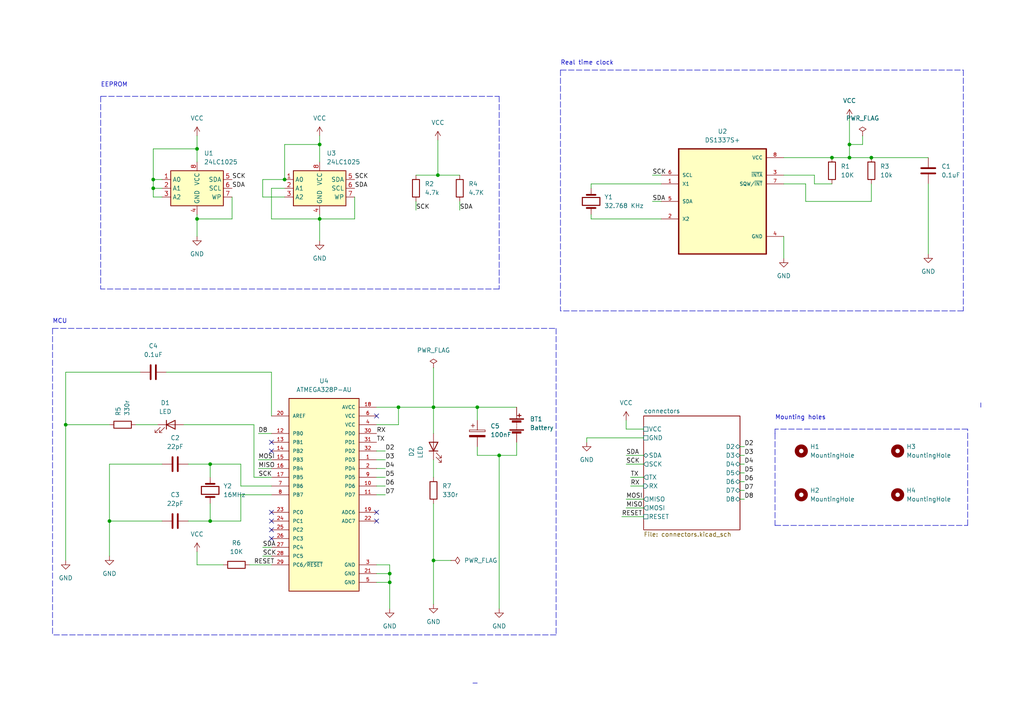
<source format=kicad_sch>
(kicad_sch (version 20211123) (generator eeschema)
  (paper "A4")
  (lib_symbols
    (symbol "ATMEGA328P-AU:ATMEGA328P-AU" (pin_names (offset 1.016))
      (property "Reference" "U4" (at 0 33.02 0))
      (property "Value" "ATMEGA328P-AU" (at 0 30.48 0))
      (symbol "ATMEGA328P-AU_0_0"
        (rectangle (start -10.16 -27.94) (end 10.16 27.94) (stroke (width 0.254)) (fill (type background)))
        (pin bidirectional line (at 15.24 10.16 180) (length 5.08) (name "PD3") (number "1"))
        (pin bidirectional line (at 15.24 2.54 180) (length 5.08) (name "PD6") (number "10"))
        (pin bidirectional line (at 15.24 0 180) (length 5.08) (name "PD7") (number "11"))
        (pin bidirectional line (at -15.24 17.78 0) (length 5.08) (name "PB0") (number "12"))
        (pin bidirectional line (at -15.24 15.24 0) (length 5.08) (name "PB1") (number "13"))
        (pin bidirectional line (at -15.24 12.7 0) (length 5.08) (name "PB2") (number "14"))
        (pin bidirectional line (at -15.24 10.16 0) (length 5.08) (name "PB3") (number "15"))
        (pin bidirectional line (at -15.24 7.62 0) (length 5.08) (name "PB4") (number "16"))
        (pin bidirectional line (at -15.24 5.08 0) (length 5.08) (name "PB5") (number "17"))
        (pin power_in line (at 15.24 25.4 180) (length 5.08) (name "AVCC") (number "18"))
        (pin bidirectional line (at 15.24 -5.08 180) (length 5.08) (name "ADC6") (number "19"))
        (pin bidirectional line (at 15.24 7.62 180) (length 5.08) (name "PD4") (number "2"))
        (pin input line (at -15.24 22.86 0) (length 5.08) (name "AREF") (number "20"))
        (pin power_in line (at 15.24 -22.86 180) (length 5.08) (name "GND") (number "21"))
        (pin bidirectional line (at 15.24 -7.62 180) (length 5.08) (name "ADC7") (number "22"))
        (pin bidirectional line (at -15.24 -5.08 0) (length 5.08) (name "PC0") (number "23"))
        (pin bidirectional line (at -15.24 -7.62 0) (length 5.08) (name "PC1") (number "24"))
        (pin bidirectional line (at -15.24 -10.16 0) (length 5.08) (name "PC2") (number "25"))
        (pin bidirectional line (at -15.24 -12.7 0) (length 5.08) (name "PC3") (number "26"))
        (pin bidirectional line (at -15.24 -15.24 0) (length 5.08) (name "PC4") (number "27"))
        (pin bidirectional line (at -15.24 -17.78 0) (length 5.08) (name "PC5") (number "28"))
        (pin bidirectional line (at -15.24 -20.32 0) (length 5.08) (name "PC6/~{RESET}") (number "29"))
        (pin power_in line (at 15.24 -20.32 180) (length 5.08) (name "GND") (number "3"))
        (pin bidirectional line (at 15.24 17.78 180) (length 5.08) (name "PD0") (number "30"))
        (pin bidirectional line (at 15.24 15.24 180) (length 5.08) (name "PD1") (number "31"))
        (pin bidirectional line (at 15.24 12.7 180) (length 5.08) (name "PD2") (number "32"))
        (pin power_in line (at 15.24 20.32 180) (length 5.08) (name "VCC") (number "4"))
        (pin power_in line (at 15.24 -25.4 180) (length 5.08) (name "GND") (number "5"))
        (pin power_in line (at 15.24 22.86 180) (length 5.08) (name "VCC") (number "6"))
        (pin bidirectional line (at -15.24 2.54 0) (length 5.08) (name "PB6") (number "7"))
        (pin bidirectional line (at -15.24 0 0) (length 5.08) (name "PB7") (number "8"))
        (pin bidirectional line (at 15.24 5.08 180) (length 5.08) (name "PD5") (number "9"))
      )
    )
    (symbol "DS1337S_:DS1337S+" (pin_names (offset 1.016))
      (property "Reference" "U" (at -12.7 16.2306 0))
      (property "Value" "DS1337S+" (at -12.7 -19.2278 0))
      (symbol "DS1337S+_0_0"
        (rectangle (start -12.7 -15.24) (end 12.7 15.24) (stroke (width 0.4064)) (fill (type background)))
        (pin input line (at -17.78 5.08 0) (length 5.08) (name "X1") (number "1"))
        (pin bidirectional line (at -17.78 -5.08 0) (length 5.08) (name "X2") (number "2"))
        (pin output line (at 17.78 7.62 180) (length 5.08) (name "~{INTA}") (number "3"))
        (pin power_in line (at 17.78 -10.16 180) (length 5.08) (name "GND") (number "4"))
        (pin bidirectional line (at -17.78 0 0) (length 5.08) (name "SDA") (number "5"))
        (pin input line (at -17.78 7.62 0) (length 5.08) (name "SCL") (number "6"))
        (pin output line (at 17.78 5.08 180) (length 5.08) (name "SQW/~{INT}") (number "7"))
        (pin power_in line (at 17.78 12.7 180) (length 5.08) (name "VCC") (number "8"))
      )
    )
    (symbol "Device:Battery" (pin_numbers hide) (pin_names (offset 0) hide)
      (property "Reference" "BT" (at 2.54 2.54 0))
      (property "Value" "Battery" (at 2.54 0 0))
      (symbol "Battery_0_1"
        (rectangle (start -2.032 -1.397) (end 2.032 -1.651) (fill (type outline)))
        (rectangle (start -2.032 1.778) (end 2.032 1.524) (fill (type outline)))
        (rectangle (start -1.3208 -1.9812) (end 1.27 -2.4892) (fill (type outline)))
        (rectangle (start -1.3208 1.1938) (end 1.27 0.6858) (fill (type outline)))
        (polyline (pts (xy 0 -1.524) (xy 0 -1.27)))
        (polyline (pts (xy 0 -1.016) (xy 0 -0.762)))
        (polyline (pts (xy 0 -0.508) (xy 0 -0.254)))
        (polyline (pts (xy 0 0) (xy 0 0.254)))
        (polyline (pts (xy 0 0.508) (xy 0 0.762)))
        (polyline (pts (xy 0 1.778) (xy 0 2.54)))
        (polyline (pts (xy 0.254 2.667) (xy 1.27 2.667)) (stroke (width 0.254)))
        (polyline (pts (xy 0.762 3.175) (xy 0.762 2.159)) (stroke (width 0.254)))
      )
      (symbol "Battery_1_1"
        (pin passive line (at 0 5.08 270) (length 2.54) (name "+") (number "1"))
        (pin passive line (at 0 -5.08 90) (length 2.54) (name "-") (number "2"))
      )
    )
    (symbol "Device:C" (pin_numbers hide) (pin_names (offset 0.254))
      (property "Reference" "C" (at 0.635 2.54 0))
      (property "Value" "C" (at 0.635 -2.54 0))
      (symbol "C_0_1"
        (polyline (pts (xy -2.032 -0.762) (xy 2.032 -0.762)) (stroke (width 0.508)))
        (polyline (pts (xy -2.032 0.762) (xy 2.032 0.762)) (stroke (width 0.508)))
      )
      (symbol "C_1_1"
        (pin passive line (at 0 3.81 270) (length 2.794) (name "~") (number "1"))
        (pin passive line (at 0 -3.81 90) (length 2.794) (name "~") (number "2"))
      )
    )
    (symbol "Device:C_Polarized" (pin_numbers hide) (pin_names (offset 0.254))
      (property "Reference" "C" (at 0.635 2.54 0))
      (property "Value" "C_Polarized" (at 0.635 -2.54 0))
      (symbol "C_Polarized_0_1"
        (rectangle (start -2.286 0.508) (end 2.286 1.016))
        (polyline (pts (xy -1.778 2.286) (xy -0.762 2.286)))
        (polyline (pts (xy -1.27 2.794) (xy -1.27 1.778)))
        (rectangle (start 2.286 -0.508) (end -2.286 -1.016) (fill (type outline)))
      )
      (symbol "C_Polarized_1_1"
        (pin passive line (at 0 3.81 270) (length 2.794) (name "~") (number "1"))
        (pin passive line (at 0 -3.81 90) (length 2.794) (name "~") (number "2"))
      )
    )
    (symbol "Device:Crystal" (pin_numbers hide) (pin_names (offset 1.016) hide)
      (property "Reference" "Y" (at 0 3.81 0))
      (property "Value" "Crystal" (at 0 -3.81 0))
      (symbol "Crystal_0_1"
        (rectangle (start -1.143 2.54) (end 1.143 -2.54) (stroke (width 0.3048)))
        (polyline (pts (xy -2.54 0) (xy -1.905 0)))
        (polyline (pts (xy -1.905 -1.27) (xy -1.905 1.27)) (stroke (width 0.508)))
        (polyline (pts (xy 1.905 -1.27) (xy 1.905 1.27)) (stroke (width 0.508)))
        (polyline (pts (xy 2.54 0) (xy 1.905 0)))
      )
      (symbol "Crystal_1_1"
        (pin passive line (at -3.81 0 0) (length 1.27) (name "1") (number "1"))
        (pin passive line (at 3.81 0 180) (length 1.27) (name "2") (number "2"))
      )
    )
    (symbol "Device:LED" (pin_numbers hide) (pin_names (offset 1.016) hide)
      (property "Reference" "D" (at 0 2.54 0))
      (property "Value" "LED" (at 0 -2.54 0))
      (symbol "LED_0_1"
        (polyline (pts (xy -1.27 -1.27) (xy -1.27 1.27)) (stroke (width 0.254)))
        (polyline (pts (xy -1.27 0) (xy 1.27 0)))
        (polyline (pts (xy 1.27 -1.27) (xy 1.27 1.27) (xy -1.27 0) (xy 1.27 -1.27)) (stroke (width 0.254)))
        (polyline (pts (xy -3.048 -0.762) (xy -4.572 -2.286) (xy -3.81 -2.286) (xy -4.572 -2.286) (xy -4.572 -1.524)))
        (polyline (pts (xy -1.778 -0.762) (xy -3.302 -2.286) (xy -2.54 -2.286) (xy -3.302 -2.286) (xy -3.302 -1.524)))
      )
      (symbol "LED_1_1"
        (pin passive line (at -3.81 0 0) (length 2.54) (name "K") (number "1"))
        (pin passive line (at 3.81 0 180) (length 2.54) (name "A") (number "2"))
      )
    )
    (symbol "Device:R" (pin_numbers hide) (pin_names (offset 0))
      (property "Reference" "R" (at 2.032 0 90))
      (property "Value" "R" (at 0 0 90))
      (symbol "R_0_1"
        (rectangle (start -1.016 -2.54) (end 1.016 2.54) (stroke (width 0.254)))
      )
      (symbol "R_1_1"
        (pin passive line (at 0 3.81 270) (length 1.27) (name "~") (number "1"))
        (pin passive line (at 0 -3.81 90) (length 1.27) (name "~") (number "2"))
      )
    )
    (symbol "Mechanical:MountingHole" (pin_names (offset 1.016))
      (property "Reference" "H" (at 0 5.08 0))
      (property "Value" "MountingHole" (at 0 3.175 0))
      (symbol "MountingHole_0_1"
        (circle (center 0 0) (radius 1.27) (stroke (width 1.27)))
      )
    )
    (symbol "Memory_EEPROM:24LC1025"
      (property "Reference" "U" (at -6.35 6.35 0))
      (property "Value" "24LC1025" (at 1.27 6.35 0))
      (symbol "24LC1025_1_1"
        (rectangle (start -7.62 5.08) (end 7.62 -5.08) (stroke (width 0.254)) (fill (type background)))
        (pin input line (at -10.16 2.54 0) (length 2.54) (name "A0") (number "1"))
        (pin input line (at -10.16 0 0) (length 2.54) (name "A1") (number "2"))
        (pin input line (at -10.16 -2.54 0) (length 2.54) (name "A2") (number "3"))
        (pin power_in line (at 0 -7.62 90) (length 2.54) (name "GND") (number "4"))
        (pin bidirectional line (at 10.16 2.54 180) (length 2.54) (name "SDA") (number "5"))
        (pin input line (at 10.16 0 180) (length 2.54) (name "SCL") (number "6"))
        (pin input line (at 10.16 -2.54 180) (length 2.54) (name "WP") (number "7"))
        (pin power_in line (at 0 7.62 270) (length 2.54) (name "VCC") (number "8"))
      )
    )
    (symbol "power:GND" (power) (pin_names (offset 0))
      (property "Value" "GND" (at 0 -3.81 0))
      (symbol "GND_0_1"
        (polyline (pts (xy 0 0) (xy 0 -1.27) (xy 1.27 -1.27) (xy 0 -2.54) (xy -1.27 -1.27) (xy 0 -1.27)))
      )
      (symbol "GND_1_1"
        (pin power_in line (at 0 0 270) (length 0) hide (name "GND") (number "1"))
      )
    )
    (symbol "power:PWR_FLAG" (power) (pin_numbers hide) (pin_names (offset 0) hide)
      (property "Value" "PWR_FLAG" (at 0 3.81 0))
      (symbol "PWR_FLAG_0_0"
        (pin power_out line (at 0 0 90) (length 0) (name "pwr") (number "1"))
      )
      (symbol "PWR_FLAG_0_1"
        (polyline (pts (xy 0 0) (xy 0 1.27) (xy -1.016 1.905) (xy 0 2.54) (xy 1.016 1.905) (xy 0 1.27)))
      )
    )
    (symbol "power:VCC" (power) (pin_names (offset 0))
      (property "Value" "VCC" (at 0 3.81 0))
      (symbol "VCC_0_1"
        (polyline (pts (xy -0.762 1.27) (xy 0 2.54)))
        (polyline (pts (xy 0 0) (xy 0 2.54)))
        (polyline (pts (xy 0 2.54) (xy 0.762 1.27)))
      )
      (symbol "VCC_1_1"
        (pin power_in line (at 0 0 90) (length 0) hide (name "VCC") (number "1"))
      )
    )
  )
  (junction (at 138.43 118.11))
  (junction (at 31.75 151.13))
  (junction (at 44.45 52.07))
  (junction (at 113.03 168.91))
  (junction (at 246.38 45.72))
  (junction (at 92.71 41.91))
  (junction (at 60.96 151.13))
  (junction (at 125.73 118.11))
  (junction (at 57.15 43.18))
  (junction (at 44.45 54.61))
  (junction (at 115.57 118.11))
  (junction (at 82.55 52.07))
  (junction (at 125.73 162.56))
  (junction (at 60.96 134.62))
  (junction (at 92.71 63.5))
  (junction (at 19.05 123.19))
  (junction (at 241.3 45.72))
  (junction (at 127 50.8))
  (junction (at 57.15 63.5))
  (junction (at 246.38 41.91))
  (junction (at 252.73 45.72))
  (junction (at 113.03 166.37))
  (junction (at 144.78 132.08))
  (no_connect (at 78.74 130.81))
  (no_connect (at 78.74 128.27))
  (no_connect (at 109.22 120.65))
  (no_connect (at 78.74 151.13))
  (no_connect (at 78.74 148.59))
  (no_connect (at 78.74 156.21))
  (no_connect (at 78.74 153.67))
  (no_connect (at 109.22 151.13))
  (no_connect (at 109.22 148.59))
  (wire (pts (xy 181.61 124.46) (xy 186.69 124.46)))
  (wire (pts (xy 31.75 151.13) (xy 46.99 151.13)))
  (wire (pts (xy 74.93 135.89) (xy 78.74 135.89)))
  (wire (pts (xy 227.33 50.8) (xy 236.22 50.8)))
  (wire (pts (xy 127 50.8) (xy 133.35 50.8)))
  (wire (pts (xy 233.68 53.34) (xy 233.68 58.42)))
  (polyline (pts (xy 224.79 124.46) (xy 224.79 125.73)))
  (wire (pts (xy 31.75 134.62) (xy 31.75 151.13)))
  (wire (pts (xy 171.45 53.34) (xy 191.77 53.34)))
  (wire (pts (xy 78.74 54.61) (xy 78.74 63.5)))
  (wire (pts (xy 44.45 54.61) (xy 46.99 54.61)))
  (wire (pts (xy 60.96 151.13) (xy 69.85 151.13)))
  (wire (pts (xy 214.63 144.78) (xy 215.9 144.78)))
  (wire (pts (xy 171.45 63.5) (xy 191.77 63.5)))
  (wire (pts (xy 246.38 41.91) (xy 246.38 45.72)))
  (wire (pts (xy 109.22 118.11) (xy 115.57 118.11)))
  (wire (pts (xy 181.61 144.78) (xy 186.69 144.78)))
  (polyline (pts (xy 162.56 20.32) (xy 162.56 90.17)))
  (wire (pts (xy 73.66 138.43) (xy 73.66 123.19)))
  (wire (pts (xy 181.61 147.32) (xy 186.69 147.32)))
  (wire (pts (xy 144.78 176.53) (xy 144.78 132.08)))
  (wire (pts (xy 57.15 39.37) (xy 57.15 43.18)))
  (wire (pts (xy 138.43 132.08) (xy 144.78 132.08)))
  (wire (pts (xy 57.15 160.02) (xy 57.15 163.83)))
  (wire (pts (xy 69.85 151.13) (xy 69.85 143.51)))
  (wire (pts (xy 92.71 63.5) (xy 92.71 69.85)))
  (wire (pts (xy 102.87 57.15) (xy 102.87 63.5)))
  (wire (pts (xy 189.23 50.8) (xy 191.77 50.8)))
  (wire (pts (xy 181.61 132.08) (xy 186.69 132.08)))
  (wire (pts (xy 92.71 39.37) (xy 92.71 41.91)))
  (wire (pts (xy 180.34 149.86) (xy 186.69 149.86)))
  (wire (pts (xy 127 50.8) (xy 120.65 50.8)))
  (wire (pts (xy 109.22 166.37) (xy 113.03 166.37)))
  (wire (pts (xy 109.22 130.81) (xy 111.76 130.81)))
  (wire (pts (xy 113.03 166.37) (xy 113.03 168.91)))
  (wire (pts (xy 67.31 63.5) (xy 57.15 63.5)))
  (wire (pts (xy 241.3 45.72) (xy 246.38 45.72)))
  (polyline (pts (xy 224.79 125.73) (xy 224.79 152.4)))
  (wire (pts (xy 181.61 134.62) (xy 186.69 134.62)))
  (wire (pts (xy 125.73 162.56) (xy 130.81 162.56)))
  (wire (pts (xy 115.57 123.19) (xy 115.57 118.11)))
  (wire (pts (xy 57.15 63.5) (xy 57.15 68.58)))
  (wire (pts (xy 82.55 54.61) (xy 78.74 54.61)))
  (wire (pts (xy 133.35 60.96) (xy 133.35 58.42)))
  (wire (pts (xy 125.73 106.68) (xy 125.73 118.11)))
  (wire (pts (xy 57.15 163.83) (xy 64.77 163.83)))
  (wire (pts (xy 109.22 163.83) (xy 113.03 163.83)))
  (wire (pts (xy 214.63 129.54) (xy 215.9 129.54)))
  (wire (pts (xy 138.43 118.11) (xy 149.86 118.11)))
  (wire (pts (xy 246.38 45.72) (xy 252.73 45.72)))
  (wire (pts (xy 171.45 54.61) (xy 171.45 53.34)))
  (wire (pts (xy 74.93 125.73) (xy 78.74 125.73)))
  (wire (pts (xy 76.2 161.29) (xy 78.74 161.29)))
  (wire (pts (xy 109.22 133.35) (xy 111.76 133.35)))
  (polyline (pts (xy 137.16 198.12) (xy 138.43 198.12)))
  (wire (pts (xy 60.96 146.05) (xy 60.96 151.13)))
  (wire (pts (xy 214.63 132.08) (xy 215.9 132.08)))
  (wire (pts (xy 127 40.64) (xy 127 50.8)))
  (polyline (pts (xy 144.78 83.82) (xy 29.21 83.82)))
  (polyline (pts (xy 15.24 95.25) (xy 15.24 184.15)))
  (wire (pts (xy 39.37 123.19) (xy 45.72 123.19)))
  (wire (pts (xy 76.2 57.15) (xy 76.2 52.07)))
  (wire (pts (xy 246.38 34.29) (xy 246.38 41.91)))
  (wire (pts (xy 31.75 123.19) (xy 19.05 123.19)))
  (wire (pts (xy 44.45 54.61) (xy 44.45 57.15)))
  (wire (pts (xy 214.63 142.24) (xy 215.9 142.24)))
  (wire (pts (xy 78.74 140.97) (xy 69.85 140.97)))
  (wire (pts (xy 92.71 41.91) (xy 92.71 46.99)))
  (wire (pts (xy 233.68 58.42) (xy 252.73 58.42)))
  (wire (pts (xy 269.24 53.34) (xy 269.24 73.66)))
  (wire (pts (xy 44.45 57.15) (xy 46.99 57.15)))
  (wire (pts (xy 109.22 123.19) (xy 115.57 123.19)))
  (wire (pts (xy 189.23 58.42) (xy 191.77 58.42)))
  (wire (pts (xy 186.69 127) (xy 170.18 127)))
  (wire (pts (xy 214.63 139.7) (xy 215.9 139.7)))
  (wire (pts (xy 109.22 138.43) (xy 111.76 138.43)))
  (wire (pts (xy 182.88 140.97) (xy 186.69 140.97)))
  (wire (pts (xy 214.63 137.16) (xy 215.9 137.16)))
  (wire (pts (xy 69.85 140.97) (xy 69.85 134.62)))
  (polyline (pts (xy 144.78 27.94) (xy 144.78 83.82)))
  (wire (pts (xy 19.05 107.95) (xy 19.05 123.19)))
  (wire (pts (xy 252.73 45.72) (xy 269.24 45.72)))
  (wire (pts (xy 46.99 134.62) (xy 31.75 134.62)))
  (wire (pts (xy 40.64 107.95) (xy 19.05 107.95)))
  (wire (pts (xy 53.34 123.19) (xy 73.66 123.19)))
  (wire (pts (xy 102.87 63.5) (xy 92.71 63.5)))
  (wire (pts (xy 250.19 39.37) (xy 250.19 41.91)))
  (wire (pts (xy 138.43 129.54) (xy 138.43 132.08)))
  (wire (pts (xy 82.55 52.07) (xy 82.55 41.91)))
  (polyline (pts (xy 161.29 95.25) (xy 161.29 184.15)))
  (polyline (pts (xy 280.67 152.4) (xy 280.67 124.46)))
  (polyline (pts (xy 15.24 95.25) (xy 161.29 95.25)))
  (wire (pts (xy 214.63 134.62) (xy 215.9 134.62)))
  (wire (pts (xy 125.73 118.11) (xy 125.73 125.73)))
  (polyline (pts (xy 284.48 116.84) (xy 284.48 118.11)))
  (wire (pts (xy 78.74 120.65) (xy 78.74 107.95)))
  (wire (pts (xy 170.18 127) (xy 170.18 128.27)))
  (wire (pts (xy 138.43 121.92) (xy 138.43 118.11)))
  (polyline (pts (xy 279.4 20.32) (xy 279.4 90.17)))
  (wire (pts (xy 109.22 143.51) (xy 111.76 143.51)))
  (wire (pts (xy 44.45 52.07) (xy 46.99 52.07)))
  (wire (pts (xy 69.85 134.62) (xy 60.96 134.62)))
  (polyline (pts (xy 162.56 20.32) (xy 279.4 20.32)))
  (wire (pts (xy 73.66 138.43) (xy 78.74 138.43)))
  (wire (pts (xy 44.45 43.18) (xy 57.15 43.18)))
  (wire (pts (xy 149.86 132.08) (xy 149.86 128.27)))
  (wire (pts (xy 236.22 53.34) (xy 241.3 53.34)))
  (wire (pts (xy 54.61 151.13) (xy 60.96 151.13)))
  (wire (pts (xy 69.85 143.51) (xy 78.74 143.51)))
  (wire (pts (xy 181.61 121.92) (xy 181.61 124.46)))
  (polyline (pts (xy 29.21 27.94) (xy 29.21 83.82)))
  (wire (pts (xy 44.45 52.07) (xy 44.45 43.18)))
  (wire (pts (xy 125.73 146.05) (xy 125.73 162.56)))
  (wire (pts (xy 250.19 41.91) (xy 246.38 41.91)))
  (wire (pts (xy 19.05 123.19) (xy 19.05 162.56)))
  (wire (pts (xy 31.75 151.13) (xy 31.75 161.29)))
  (wire (pts (xy 125.73 118.11) (xy 138.43 118.11)))
  (wire (pts (xy 227.33 53.34) (xy 233.68 53.34)))
  (polyline (pts (xy 279.4 90.17) (xy 162.56 90.17)))
  (wire (pts (xy 92.71 62.23) (xy 92.71 63.5)))
  (wire (pts (xy 125.73 162.56) (xy 125.73 175.26)))
  (polyline (pts (xy 224.79 152.4) (xy 280.67 152.4)))
  (wire (pts (xy 74.93 133.35) (xy 78.74 133.35)))
  (wire (pts (xy 182.88 138.43) (xy 186.69 138.43)))
  (wire (pts (xy 76.2 52.07) (xy 82.55 52.07)))
  (polyline (pts (xy 29.21 27.94) (xy 144.78 27.94)))
  (wire (pts (xy 227.33 45.72) (xy 241.3 45.72)))
  (wire (pts (xy 113.03 163.83) (xy 113.03 166.37)))
  (wire (pts (xy 236.22 50.8) (xy 236.22 53.34)))
  (wire (pts (xy 171.45 62.23) (xy 171.45 63.5)))
  (polyline (pts (xy 161.29 184.15) (xy 15.24 184.15)))
  (wire (pts (xy 227.33 68.58) (xy 227.33 74.93)))
  (wire (pts (xy 67.31 57.15) (xy 67.31 63.5)))
  (wire (pts (xy 109.22 135.89) (xy 111.76 135.89)))
  (wire (pts (xy 120.65 60.96) (xy 120.65 58.42)))
  (wire (pts (xy 44.45 52.07) (xy 44.45 54.61)))
  (wire (pts (xy 78.74 107.95) (xy 48.26 107.95)))
  (wire (pts (xy 57.15 62.23) (xy 57.15 63.5)))
  (wire (pts (xy 115.57 118.11) (xy 125.73 118.11)))
  (wire (pts (xy 54.61 134.62) (xy 60.96 134.62)))
  (polyline (pts (xy 280.67 124.46) (xy 224.79 124.46)))
  (wire (pts (xy 125.73 133.35) (xy 125.73 138.43)))
  (wire (pts (xy 252.73 58.42) (xy 252.73 53.34)))
  (wire (pts (xy 82.55 57.15) (xy 76.2 57.15)))
  (wire (pts (xy 113.03 168.91) (xy 113.03 176.53)))
  (wire (pts (xy 109.22 140.97) (xy 111.76 140.97)))
  (wire (pts (xy 60.96 134.62) (xy 60.96 138.43)))
  (wire (pts (xy 82.55 41.91) (xy 92.71 41.91)))
  (wire (pts (xy 72.39 163.83) (xy 78.74 163.83)))
  (wire (pts (xy 144.78 132.08) (xy 149.86 132.08)))
  (wire (pts (xy 76.2 158.75) (xy 78.74 158.75)))
  (wire (pts (xy 57.15 43.18) (xy 57.15 46.99)))
  (wire (pts (xy 78.74 63.5) (xy 92.71 63.5)))
  (wire (pts (xy 109.22 168.91) (xy 113.03 168.91)))
  (text "EEPROM" (at 29.21 25.4 0) (effects (font (size 1.27 1.27)) (justify left bottom)))
  (text "Real time clock " (at 162.56 19.05 0) (effects (font (size 1.27 1.27)) (justify left bottom)))
  (text "MCU" (at 15.24 93.98 0) (effects (font (size 1.27 1.27)) (justify left bottom)))
  (text "Mounting holes\n" (at 224.79 121.92 0) (effects (font (size 1.27 1.27)) (justify left bottom)))
  (label "MISO" (at 74.93 135.89 0))
  (label "SCK" (at 181.61 134.62 0))
  (label "SDA" (at 181.61 132.08 0))
  (label "SDA" (at 76.2 158.75 0))
  (label "D6" (at 111.76 140.97 0))
  (label "MOSI" (at 74.93 133.35 0))
  (label "D8" (at 215.9 144.78 0))
  (label "SDA" (at 102.87 54.61 0))
  (label "RX" (at 182.88 140.97 0))
  (label "D6" (at 215.9 139.7 0))
  (label "D7" (at 215.9 142.24 0))
  (label "D5" (at 215.9 137.16 0))
  (label "D5" (at 111.76 138.43 0))
  (label "SCK" (at 67.31 52.07 0))
  (label "RESET" (at 180.34 149.86 0))
  (label "D3" (at 111.76 133.35 0))
  (label "SDA" (at 133.35 60.96 0))
  (label "D7" (at 111.76 143.51 0))
  (label "RESET" (at 73.66 163.83 0))
  (label "MISO" (at 181.61 147.32 0))
  (label "D4" (at 111.76 135.89 0))
  (label "D3" (at 215.9 132.08 0))
  (label "SDA" (at 67.31 54.61 0))
  (label "SDA" (at 189.23 58.42 0))
  (label "D4" (at 215.9 134.62 0))
  (label "SCK" (at 189.23 50.8 0))
  (label "SCK" (at 76.2 161.29 0))
  (label "D2" (at 111.76 130.81 0))
  (label "TX" (at 109.22 128.27 0))
  (label "MOSI" (at 181.61 144.78 0))
  (label "D8" (at 74.93 125.73 0))
  (label "SCK" (at 102.87 52.07 0))
  (label "TX" (at 182.88 138.43 0))
  (label "D2" (at 215.9 129.54 0))
  (label "SCK" (at 120.65 60.96 0))
  (label "SCK" (at 74.93 138.43 0))
  (label "RX" (at 109.22 125.73 0))
  (symbol (lib_id "ATMEGA328P-AU:ATMEGA328P-AU") (at 93.98 143.51 0) (unit 1)
    (property "Reference" "U4" (at 93.98 110.49 0))
    (property "Value" "ATMEGA328P-AU" (at 93.98 113.03 0))
    (property "Footprint" "ATMEGA328P-AU:QFP80P900X900X120-32N" (effects hide))
    (property "MANUFACTURER" "Atmel" (effects hide))
  )
  (symbol (lib_id "Device:C") (at 50.8 134.62 90) (unit 1)
    (property "Reference" "C2" (at 50.8 127 90))
    (property "Value" "22pF" (at 50.8 129.54 90))
    (property "Footprint" "Capacitor_SMD:C_0805_2012Metric" (effects hide))
  )
  (symbol (lib_id "Device:R") (at 241.3 49.53 0) (unit 1)
    (property "Reference" "R1" (at 243.84 48.2599 0) (effects (justify left)))
    (property "Value" "10K" (at 243.84 50.7999 0) (effects (justify left)))
    (property "Footprint" "Resistor_SMD:R_0805_2012Metric" (effects hide))
  )
  (symbol (lib_id "Mechanical:MountingHole") (at 232.41 130.81 0) (unit 1)
    (property "Reference" "H1" (at 234.95 129.5399 0) (effects (justify left)))
    (property "Value" "MountingHole" (at 234.95 132.0799 0) (effects (justify left)))
    (property "Footprint" "MountingHole:MountingHole_2.2mm_M2_DIN965_Pad_TopBottom" (effects hide))
  )
  (symbol (lib_id "power:VCC") (at 92.71 39.37 0) (unit 1)
    (property "Reference" "#PWR0105" (effects hide))
    (property "Value" "VCC" (at 92.71 34.29 0))
  )
  (symbol (lib_id "Device:R") (at 125.73 142.24 0) (unit 1)
    (property "Reference" "R7" (at 128.27 140.9699 0) (effects (justify left)))
    (property "Value" "330r" (at 128.27 143.5099 0) (effects (justify left)))
    (property "Footprint" "Resistor_SMD:R_0805_2012Metric" (effects hide))
  )
  (symbol (lib_id "Device:C") (at 269.24 49.53 0) (unit 1)
    (property "Reference" "C1" (at 273.05 48.2599 0) (effects (justify left)))
    (property "Value" "0.1uF" (at 273.05 50.7999 0) (effects (justify left)))
    (property "Footprint" "Capacitor_SMD:C_0805_2012Metric" (effects hide))
  )
  (symbol (lib_id "Mechanical:MountingHole") (at 260.35 130.81 0) (unit 1)
    (property "Reference" "H3" (at 262.89 129.5399 0) (effects (justify left)))
    (property "Value" "MountingHole" (at 262.89 132.0799 0) (effects (justify left)))
    (property "Footprint" "MountingHole:MountingHole_2.2mm_M2_DIN965_Pad_TopBottom" (effects hide))
  )
  (symbol (lib_id "Device:R") (at 35.56 123.19 90) (unit 1)
    (property "Reference" "R5" (at 34.2899 120.65 0) (effects (justify left)))
    (property "Value" "330r" (at 36.8299 120.65 0) (effects (justify left)))
    (property "Footprint" "Resistor_SMD:R_0805_2012Metric" (effects hide))
  )
  (symbol (lib_id "Device:C") (at 50.8 151.13 90) (unit 1)
    (property "Reference" "C3" (at 50.8 143.51 90))
    (property "Value" "22pF" (at 50.8 146.05 90))
    (property "Footprint" "Capacitor_SMD:C_0805_2012Metric" (effects hide))
  )
  (symbol (lib_id "power:GND") (at 31.75 161.29 0) (unit 1)
    (property "Reference" "#PWR0108" (effects hide))
    (property "Value" "GND" (at 31.75 166.37 0))
  )
  (symbol (lib_id "Device:R") (at 133.35 54.61 0) (unit 1)
    (property "Reference" "R4" (at 135.89 53.3399 0) (effects (justify left)))
    (property "Value" "4.7K" (at 135.89 55.8799 0) (effects (justify left)))
    (property "Footprint" "Resistor_SMD:R_0805_2012Metric" (effects hide))
  )
  (symbol (lib_id "Mechanical:MountingHole") (at 232.41 143.51 0) (unit 1)
    (property "Reference" "H2" (at 234.95 142.2399 0) (effects (justify left)))
    (property "Value" "MountingHole" (at 234.95 144.7799 0) (effects (justify left)))
    (property "Footprint" "MountingHole:MountingHole_2.2mm_M2_DIN965_Pad_TopBottom" (effects hide))
  )
  (symbol (lib_id "power:VCC") (at 127 40.64 0) (unit 1)
    (property "Reference" "#PWR0106" (effects hide))
    (property "Value" "VCC" (at 127 35.56 0))
  )
  (symbol (lib_id "power:GND") (at 92.71 69.85 0) (unit 1)
    (property "Reference" "#PWR0104" (effects hide))
    (property "Value" "GND" (at 92.71 74.93 0))
  )
  (symbol (lib_id "Memory_EEPROM:24LC1025") (at 92.71 54.61 0) (unit 1)
    (property "Reference" "U3" (at 94.7294 44.45 0) (effects (justify left)))
    (property "Value" "24LC1025" (at 94.7294 46.99 0) (effects (justify left)))
    (property "Footprint" "Package_SO:SOIC-8_5.23x5.23mm_P1.27mm" (effects hide))
    (property "Datasheet" "http://ww1.microchip.com/downloads/en/DeviceDoc/21941B.pdf" (effects hide))
  )
  (symbol (lib_id "Device:LED") (at 125.73 129.54 90) (unit 1)
    (property "Reference" "D2" (at 119.38 131.1275 0))
    (property "Value" "LED" (at 121.92 131.1275 0))
    (property "Footprint" "LED_SMD:LED_0805_2012Metric" (effects hide))
  )
  (symbol (lib_id "Mechanical:MountingHole") (at 260.35 143.51 0) (unit 1)
    (property "Reference" "H4" (at 262.89 142.2399 0) (effects (justify left)))
    (property "Value" "MountingHole" (at 262.89 144.7799 0) (effects (justify left)))
    (property "Footprint" "MountingHole:MountingHole_2.2mm_M2_DIN965_Pad_TopBottom" (effects hide))
  )
  (symbol (lib_id "power:GND") (at 19.05 162.56 0) (unit 1)
    (property "Reference" "#PWR0107" (effects hide))
    (property "Value" "GND" (at 19.05 167.64 0))
  )
  (symbol (lib_id "Memory_EEPROM:24LC1025") (at 57.15 54.61 0) (unit 1)
    (property "Reference" "U1" (at 59.1694 44.45 0) (effects (justify left)))
    (property "Value" "24LC1025" (at 59.1694 46.99 0) (effects (justify left)))
    (property "Footprint" "Package_SO:SOIC-8_5.23x5.23mm_P1.27mm" (effects hide))
    (property "Datasheet" "http://ww1.microchip.com/downloads/en/DeviceDoc/21941B.pdf" (effects hide))
  )
  (symbol (lib_id "power:GND") (at 113.03 176.53 0) (unit 1)
    (property "Reference" "#PWR0114" (effects hide))
    (property "Value" "GND" (at 113.03 181.61 0))
  )
  (symbol (lib_id "Device:R") (at 252.73 49.53 0) (unit 1)
    (property "Reference" "R3" (at 255.27 48.2599 0) (effects (justify left)))
    (property "Value" "10k" (at 255.27 50.7999 0) (effects (justify left)))
    (property "Footprint" "Resistor_SMD:R_0805_2012Metric" (effects hide))
  )
  (symbol (lib_id "Device:Battery") (at 149.86 123.19 0) (unit 1)
    (property "Reference" "BT1" (at 153.67 121.5389 0) (effects (justify left)))
    (property "Value" "Battery" (at 153.67 124.0789 0) (effects (justify left)))
    (property "Footprint" "Connector_PinHeader_2.54mm:PinHeader_1x02_P2.54mm_Vertical" (effects hide))
  )
  (symbol (lib_id "DS1337S_:DS1337S+") (at 209.55 58.42 0) (unit 1)
    (property "Reference" "U2" (at 209.55 38.1 0))
    (property "Value" "DS1337S+" (at 209.55 40.64 0))
    (property "Footprint" "DS1337S_:SOIC127P600X175-8N" (effects hide))
  )
  (symbol (lib_id "power:GND") (at 170.18 128.27 0) (unit 1)
    (property "Reference" "#PWR0116" (effects hide))
    (property "Value" "GND" (at 170.18 133.35 0))
  )
  (symbol (lib_id "Device:R") (at 120.65 54.61 0) (unit 1)
    (property "Reference" "R2" (at 123.19 53.3399 0) (effects (justify left)))
    (property "Value" "4.7k" (at 123.19 55.8799 0) (effects (justify left)))
    (property "Footprint" "Resistor_SMD:R_0805_2012Metric" (effects hide))
  )
  (symbol (lib_id "Device:R") (at 68.58 163.83 90) (unit 1)
    (property "Reference" "R6" (at 68.58 157.48 90))
    (property "Value" "10K" (at 68.58 160.02 90))
    (property "Footprint" "Resistor_SMD:R_0805_2012Metric" (effects hide))
  )
  (symbol (lib_id "power:PWR_FLAG") (at 125.73 106.68 0) (unit 1)
    (property "Reference" "#FLG0102" (effects hide))
    (property "Value" "PWR_FLAG" (at 125.73 101.6 0))
  )
  (symbol (lib_id "Device:Crystal") (at 60.96 142.24 90) (unit 1)
    (property "Reference" "Y2" (at 64.77 140.9699 90) (effects (justify right)))
    (property "Value" "16MHz" (at 64.77 143.5099 90) (effects (justify right)))
    (property "Footprint" "Crystal:Crystal_SMD_5032-2Pin_5.0x3.2mm_HandSoldering" (effects hide))
  )
  (symbol (lib_id "power:GND") (at 57.15 68.58 0) (unit 1)
    (property "Reference" "#PWR0112" (effects hide))
    (property "Value" "GND" (at 57.15 73.66 0))
  )
  (symbol (lib_id "power:GND") (at 125.73 175.26 0) (unit 1)
    (property "Reference" "#PWR0113" (effects hide))
    (property "Value" "GND" (at 125.73 180.34 0))
  )
  (symbol (lib_id "power:VCC") (at 57.15 160.02 0) (unit 1)
    (property "Reference" "#PWR0110" (effects hide))
    (property "Value" "VCC" (at 57.15 154.94 0))
  )
  (symbol (lib_id "power:VCC") (at 181.61 121.92 0) (unit 1)
    (property "Reference" "#PWR0115" (effects hide))
    (property "Value" "VCC" (at 181.61 116.84 0))
  )
  (symbol (lib_id "Device:Crystal") (at 171.45 58.42 90) (unit 1)
    (property "Reference" "Y1" (at 175.26 57.1499 90) (effects (justify right)))
    (property "Value" "32.768 KHz" (at 175.26 59.6899 90) (effects (justify right)))
    (property "Footprint" "Crystal:Crystal_SMD_5032-2Pin_5.0x3.2mm_HandSoldering" (effects hide))
  )
  (symbol (lib_id "Device:LED") (at 49.53 123.19 0) (unit 1)
    (property "Reference" "D1" (at 47.9425 116.84 0))
    (property "Value" "LED" (at 47.9425 119.38 0))
    (property "Footprint" "LED_SMD:LED_0805_2012Metric" (effects hide))
  )
  (symbol (lib_id "power:VCC") (at 246.38 34.29 0) (unit 1)
    (property "Reference" "#PWR0102" (effects hide))
    (property "Value" "VCC" (at 246.38 29.21 0))
  )
  (symbol (lib_id "power:VCC") (at 57.15 39.37 0) (unit 1)
    (property "Reference" "#PWR0111" (effects hide))
    (property "Value" "VCC" (at 57.15 34.29 0))
  )
  (symbol (lib_id "Device:C") (at 44.45 107.95 90) (unit 1)
    (property "Reference" "C4" (at 44.45 100.33 90))
    (property "Value" "0.1uF" (at 44.45 102.87 90))
    (property "Footprint" "Capacitor_SMD:C_0805_2012Metric" (effects hide))
  )
  (symbol (lib_id "power:PWR_FLAG") (at 130.81 162.56 270) (unit 1)
    (property "Reference" "#FLG0101" (effects hide))
    (property "Value" "PWR_FLAG" (at 134.62 162.5599 90) (effects (justify left)))
  )
  (symbol (lib_id "Device:C_Polarized") (at 138.43 125.73 0) (unit 1)
    (property "Reference" "C5" (at 142.24 123.5709 0) (effects (justify left)))
    (property "Value" "100nF" (at 142.24 126.1109 0) (effects (justify left)))
    (property "Footprint" "Capacitor_SMD:C_0805_2012Metric" (effects hide))
  )
  (symbol (lib_id "power:GND") (at 144.78 176.53 0) (unit 1)
    (property "Reference" "#PWR0103" (effects hide))
    (property "Value" "GND" (at 144.78 181.61 0))
  )
  (symbol (lib_id "power:GND") (at 227.33 74.93 0) (unit 1)
    (property "Reference" "#PWR0101" (effects hide))
    (property "Value" "GND" (at 227.33 80.01 0))
  )
  (symbol (lib_id "power:PWR_FLAG") (at 250.19 39.37 0) (unit 1)
    (property "Reference" "#FLG0103" (effects hide))
    (property "Value" "PWR_FLAG" (at 250.19 34.29 0))
  )
  (symbol (lib_id "power:GND") (at 269.24 73.66 0) (unit 1)
    (property "Reference" "#PWR0109" (effects hide))
    (property "Value" "GND" (at 269.24 78.74 0))
  )
  (sheet (at 186.69 120.65) (size 27.94 33.02) (stroke (width 0.1524))
    (property "Sheet name" "connectors" (at 186.69 119.9384 0) (effects (justify left bottom)))
    (property "Sheet file" "connectors.kicad_sch" (at 186.69 154.2546 0) (effects (justify left top)))
    (pin "SDA" bidirectional (at 186.69 132.08 180))
    (pin "VCC" passive (at 186.69 124.46 180))
    (pin "SCK" output (at 186.69 134.62 180))
    (pin "GND" passive (at 186.69 127 180))
    (pin "RX" input (at 186.69 140.97 180))
    (pin "TX" output (at 186.69 138.43 180))
    (pin "D6" bidirectional (at 214.63 139.7 0))
    (pin "D7" bidirectional (at 214.63 142.24 0))
    (pin "D8" bidirectional (at 214.63 144.78 0))
    (pin "D2" bidirectional (at 214.63 129.54 0))
    (pin "D3" bidirectional (at 214.63 132.08 0))
    (pin "D4" bidirectional (at 214.63 134.62 0))
    (pin "D5" bidirectional (at 214.63 137.16 0))
    (pin "RESET" passive (at 186.69 149.86 180))
    (pin "MISO" output (at 186.69 144.78 180))
    (pin "MOSI" output (at 186.69 147.32 180))
  )
)
</source>
